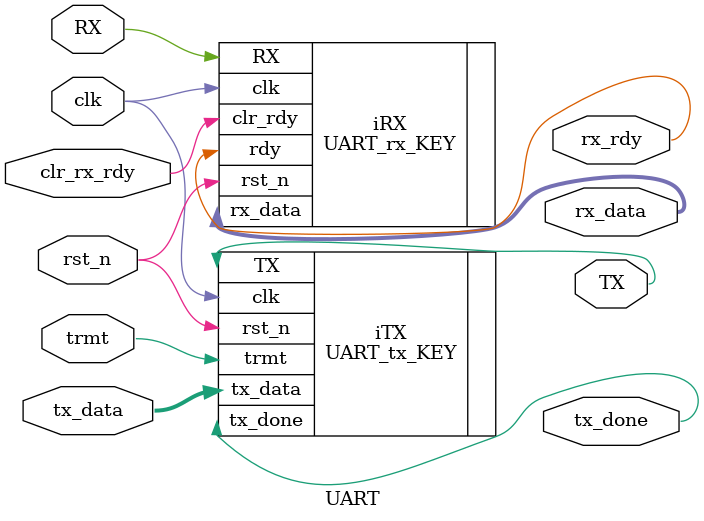
<source format=v>
module UART(clk, rst_n, RX, TX, rx_rdy, clr_rx_rdy, rx_data, trmt, tx_data, tx_done);

input clk,rst_n;		// clock and active low reset
input RX,trmt;		// strt_tx tells TX section to transmit tx_data
input clr_rx_rdy;		// rx_rdy can be cleared by this or new start bit
input [7:0] tx_data;		// byte to transmit
output TX,rx_rdy,tx_done;	// rx_rdy asserted when byte received,
							// tx_done asserted when tranmission complete
output [7:0] rx_data;		// byte received

//////////////////////////////
// Instantiate Transmitter //
////////////////////////////
UART_tx_KEY iTX(.clk(clk), .rst_n(rst_n), .TX(TX), .trmt(trmt),
        .tx_data(tx_data), .tx_done(tx_done));
		

///////////////////////////
// Instantiate Receiver //
/////////////////////////
UART_rx_KEY iRX(.clk(clk), .rst_n(rst_n), .RX(RX), .rdy(rx_rdy),
             .clr_rdy(clr_rx_rdy), .rx_data(rx_data));

endmodule


</source>
